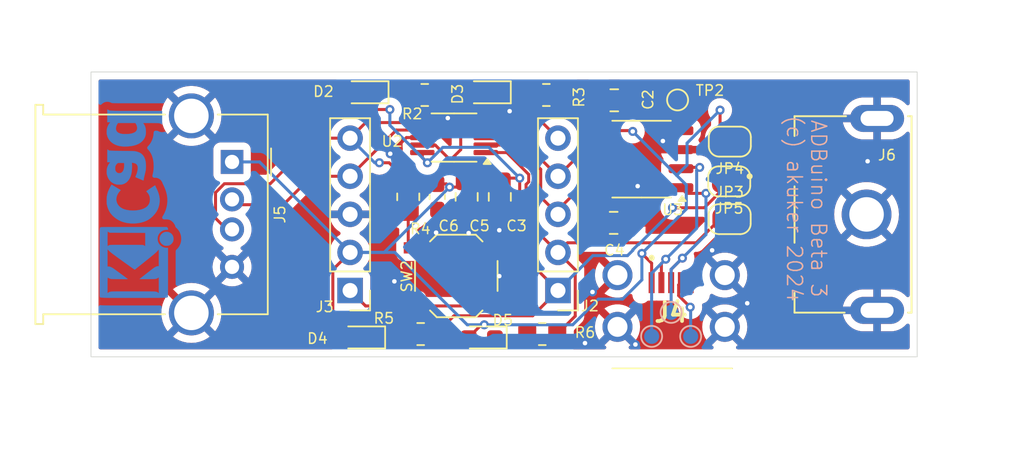
<source format=kicad_pcb>
(kicad_pcb (version 20240108) (generator "pcbnew") (generator_version "8.0")
  (layers (0 "F.Cu" signal) (31 "B.Cu" signal) (34 "B.Paste" user) (35 "F.Paste" user) (36 "B.SilkS" user "B.Silkscreen") (37 "F.SilkS" user "F.Silkscreen") (38 "B.Mask" user) (39 "F.Mask" user) (44 "Edge.Cuts" user))
  (net 0 "")
  (net 1 "GND")
  (net 2 "+5V")
  (net 3 "+3.3V")
  (net 4 "Net-(U3-V3)")
  (net 5 "Net-(D2-K)")
  (net 6 "Net-(D3-K)")
  (net 7 "Net-(D4-K)")
  (net 8 "Net-(D5-K)")
  (net 9 "/RXD")
  (net 10 "/TXD")
  (net 11 "/LED1")
  (net 12 "/LED2")
  (net 13 "/RST")
  (net 14 "/UDM")
  (net 15 "/UDP")
  (net 16 "/USBD2+")
  (net 17 "Net-(J4-Pad4)")
  (net 18 "/USB2D-")
  (net 19 "Net-(R4-Pad1)")
  (net 20 "Net-(U3-~{RTS})")
  (net 21 "/ADB_PWR_ON")
  (net 22 "/ADB_Data")
  (net 23 "Net-(JP4-A)")
  (footprint "Resistor_SMD:R_0805_2012Metric_Pad1.20x1.40mm_HandSolder" (layer "F.Cu") (at 110.125 52.025 90)
    (property "Reference" "R4")
    (property "Value" "10k")
  )
  (footprint "Resistor_SMD:R_0805_2012Metric_Pad1.20x1.40mm_HandSolder" (layer "F.Cu") (at 111.224286 45.23)
    (property "Reference" "R2")
    (property "Value" "1k")
  )
  (footprint "SamacSys_Parts:U254051N4BH806" (layer "F.Cu") (at 127.64 59.73)
    (property "Reference" "J4")
    (property "Value" "U254-051N-4BH806" (hide yes))
  )
  (footprint "Resistor_SMD:R_0805_2012Metric_Pad1.20x1.40mm_HandSolder" (layer "F.Cu") (at 110.952857 61.175)
    (property "Reference" "R5")
    (property "Value" "1k")
  )
  (footprint "Jumper:SolderJumper-2_P1.3mm_Open_RoundedPad1.0x1.5mm" (layer "F.Cu") (at 131.54 53.51)
    (property "Reference" "JP3")
    (property "Value" "SolderJumper_2_Open")
  )
  (footprint "Resistor_SMD:R_0805_2012Metric_Pad1.20x1.40mm_HandSolder" (layer "F.Cu") (at 119.325 45.23)
    (property "Reference" "R3")
    (property "Value" "1k")
  )
  (footprint "LED_SMD:LED_0603_1608Metric_Pad1.05x0.95mm_HandSolder" (layer "F.Cu") (at 115.025714 61.4 180)
    (property "Reference" "D5")
    (property "Value" "LED_Small")
  )
  (footprint "Connector_PinHeader_2.54mm:PinHeader_1x05_P2.54mm_Vertical" (layer "F.Cu") (at 106.25 58.27 180)
    (property "Reference" "J3")
    (property "Value" "Conn_01x05_Pin")
  )
  (footprint "Connector_USB:USB_A_Molex_67643_Horizontal" (layer "F.Cu") (at 98.385 49.695 -90)
    (property "Reference" "J5")
    (property "Value" "USB_A")
  )
  (footprint "Connector_PinHeader_2.54mm:PinHeader_1x05_P2.54mm_Vertical" (layer "F.Cu") (at 120.1 58.27 180)
    (property "Reference" "J2")
    (property "Value" "Conn_01x05_Pin")
  )
  (footprint "Capacitor_SMD:C_0805_2012Metric_Pad1.18x1.45mm_HandSolder" (layer "F.Cu") (at 123.81 53.76)
    (property "Reference" "C4")
    (property "Value" "100n")
  )
  (footprint "LED_SMD:LED_0603_1608Metric_Pad1.05x0.95mm_HandSolder" (layer "F.Cu") (at 106.925 61.4 180)
    (property "Reference" "D4")
    (property "Value" "LED_Small")
  )
  (footprint "SamacSys_Parts:CUI_MD2-40ST-SMT" (layer "F.Cu") (at 139.76 53.195)
    (property "Reference" "J6")
    (property "Value" "Mini-DIN-4")
  )
  (footprint "Jumper:SolderJumper-2_P1.3mm_Open_RoundedPad1.0x1.5mm" (layer "F.Cu") (at 131.55 48.34 180)
    (property "Reference" "JP4")
    (property "Value" "SolderJumper_2_Open")
  )
  (footprint "Capacitor_SMD:C_0805_2012Metric_Pad1.18x1.45mm_HandSolder" (layer "F.Cu") (at 123.85 45.585 180)
    (property "Reference" "C2")
    (property "Value" "100n")
  )
  (footprint "LED_SMD:LED_0603_1608Metric_Pad1.05x0.95mm_HandSolder" (layer "F.Cu") (at 107.151429 45.05 180)
    (property "Reference" "D2")
    (property "Value" "LED_Small")
  )
  (footprint "Jumper:SolderJumper-2_P1.3mm_Open_RoundedPad1.0x1.5mm" (layer "F.Cu") (at 131.51 50.99 180)
    (property "Reference" "JP5")
    (property "Value" "SolderJumper_2_Open")
  )
  (footprint "TestPoint:TestPoint_Pad_D1.0mm" (layer "F.Cu") (at 128.07 45.56)
    (property "Reference" "TP2")
    (property "Value" "TestPoint")
  )
  (footprint "LED_SMD:LED_0603_1608Metric_Pad1.05x0.95mm_HandSolder" (layer "F.Cu") (at 115.297143 45.05 180)
    (property "Reference" "D3")
    (property "Value" "LED_Small")
  )
  (footprint "Package_SO:SOP-8_3.9x4.9mm_P1.27mm" (layer "F.Cu") (at 125.67 49.51 180)
    (property "Reference" "U3")
    (property "Value" "CH340N")
  )
  (footprint "Package_SO:MSOP-10_3x3mm_P0.5mm" (layer "F.Cu") (at 113.175 48.07 180)
    (property "Reference" "U2")
    (property "Value" "~")
  )
  (footprint "Capacitor_SMD:C_0805_2012Metric_Pad1.18x1.45mm_HandSolder" (layer "F.Cu") (at 114.016666 52.025 -90)
    (property "Reference" "C5")
    (property "Value" "100n")
  )
  (footprint "Resistor_SMD:R_0805_2012Metric_Pad1.20x1.40mm_HandSolder" (layer "F.Cu") (at 119.053572 61.175)
    (property "Reference" "R6")
    (property "Value" "1k")
  )
  (footprint "Capacitor_SMD:C_0805_2012Metric_Pad1.18x1.45mm_HandSolder" (layer "F.Cu") (at 116.225 52.025 -90)
    (property "Reference" "C3")
    (property "Value" "100n")
  )
  (footprint "Capacitor_SMD:C_0603_1608Metric_Pad1.08x0.95mm_HandSolder" (layer "F.Cu") (at 112.058333 52.025 -90)
    (property "Reference" "C6")
    (property "Value" "10u")
  )
  (footprint "Button_Switch_SMD:SW_Push_1P1T_XKB_TS-1187A" (layer "F.Cu") (at 113.325 57.3 180)
    (property "Reference" "SW2")
    (property "Value" "SW_Push")
  )
  (footprint "TestPoint:TestPoint_Pad_D1.0mm" (layer "B.Cu") (at 127.64 59.73 180)
    (property "Reference" "TP4" (hide yes))
    (property "Value" "TestPoint" (hide yes))
  )
  (footprint "TestPoint:TestPoint_Pad_D1.0mm" (layer "B.Cu") (at 126.34 61.33 180)
    (property "Reference" "TP3" (hide yes))
    (property "Value" "TestPoint" (hide yes))
  )
  (footprint "TestPoint:TestPoint_Pad_D1.0mm" (layer "B.Cu") (at 128.94 61.33 180)
    (property "Reference" "TP5" (hide yes))
    (property "Value" "TestPoint" (hide yes))
  )
  (footprint "Symbol:KiCad-Logo_5mm_Copper" (layer "B.Cu") (at 91.51 52.48 90)
    (property "Reference" "REF**" (hide yes))
    (property "Value" "KiCad-Logo_5mm_Copper" (hide yes))
  )
  (gr_rect (start 88.9875 43.695) (end 144.0325 62.695) (stroke (width 0.05)) (fill none) (layer "Edge.Cuts"))
  (gr_text "ADBuino Beta 3\n(c) akuker 2024" (at 135.27 52.81 270) (layer "B.SilkS") (effects (font (size 1 1) (thickness 0.1)) (justify bottom)))
  (segment (start 120.995 44.56) (end 123.8625 44.56) (width 0.2) (layer "F.Cu") (net 1))
  (segment (start 119.245 46.31) (end 120.325 45.23) (width 0.2) (layer "F.Cu") (net 1))
  (segment (start 116.88 46.31) (end 119.245 46.31) (width 0.2) (layer "F.Cu") (net 1))
  (segment (start 128.94 57.02) (end 130.37 55.59) (width 0.2) (layer "F.Cu") (net 1))
  (segment (start 128.94 57.745) (end 128.94 57.02) (width 0.2) (layer "F.Cu") (net 1))
  (segment (start 111.0625 48.07) (end 110.005 48.07) (width 0.2) (layer "F.Cu") (net 1))
  (segment (start 130.041123 48.875) (end 130.816123 49.65) (width 0.2) (layer "F.Cu") (net 1))
  (segment (start 130.816123 49.65) (end 140.73 49.65) (width 0.2) (layer "F.Cu") (net 1))
  (segment (start 112.224286 45.23) (end 112.224286 46.234286) (width 0.2) (layer "F.Cu") (net 1))
  (segment (start 110.005 48.07) (end 108.925 49.15) (width 0.2) (layer "F.Cu") (net 1))
  (segment (start 117.125 56.375) (end 117.125 54.75) (width 0.2) (layer "F.Cu") (net 1))
  (segment (start 120.325 45.23) (end 120.995 44.56) (width 0.2) (layer "F.Cu") (net 1))
  (segment (start 112.224286 46.234286) (end 112.76 46.77) (width 0.2) (layer "F.Cu") (net 1))
  (segment (start 128.295 48.875) (end 130.041123 48.875) (width 0.2) (layer "F.Cu") (net 1))
  (segment (start 116.19 57.31) (end 117.125 56.375) (width 0.2) (layer "F.Cu") (net 1))
  (segment (start 123.8625 44.56) (end 124.8875 45.585) (width 0.2) (layer "F.Cu") (net 1))
  (segment (start 116.625 54.25) (end 116.19 54.25) (width 0.2) (layer "F.Cu") (net 1))
  (segment (start 117.125 54.75) (end 116.625 54.25) (width 0.2) (layer "F.Cu") (net 1))
  (via (at 130.37 55.59) (size 0.6) (drill 0.3) (layers "F.Cu" "B.Cu") (net 1))
  (via (at 140.73 49.65) (size 0.6) (drill 0.3) (layers "F.Cu" "B.Cu") (net 1))
  (via (at 116.88 46.31) (size 0.6) (drill 0.3) (layers "F.Cu" "B.Cu") (net 1))
  (via (at 132.71 59.12) (size 0.6) (drill 0.3) (layers "F.Cu" "B.Cu") (net 1))
  (via (at 108.925 49.15) (size 0.6) (drill 0.3) (layers "F.Cu" "B.Cu") (net 1))
  (via (at 109.2 57.66) (size 0.6) (drill 0.3) (layers "F.Cu" "B.Cu") (net 1))
  (via (at 114.15 54.44) (size 0.6) (drill 0.3) (layers "F.Cu" "B.Cu") (net 1))
  (via (at 116.19 57.31) (size 0.6) (drill 0.3) (layers "F.Cu" "B.Cu") (net 1))
  (via (at 125.41 51.31) (size 0.6) (drill 0.3) (layers "F.Cu" "B.Cu") (net 1))
  (via (at 122.4 58.37) (size 0.6) (drill 0.3) (layers "F.Cu" "B.Cu") (net 1))
  (via (at 111.98 54.41) (size 0.6) (drill 0.3) (layers "F.Cu" "B.Cu") (net 1))
  (via (at 121.9 61.78) (size 0.6) (drill 0.3) (layers "F.Cu" "B.Cu") (net 1))
  (via (at 125.26 61.87) (size 0.6) (drill 0.3) (layers "F.Cu" "B.Cu") (net 1))
  (via (at 112.76 46.77) (size 0.6) (drill 0.3) (layers "F.Cu" "B.Cu") (net 1))
  (via (at 127.09 48.3) (size 0.6) (drill 0.3) (layers "F.Cu" "B.Cu") (net 1))
  (via (at 116.19 54.25) (size 0.6) (drill 0.3) (layers "F.Cu" "B.Cu") (net 1))
  (segment (start 114.422143 45.137857) (end 113.62 45.94) (width 0.2) (layer "F.Cu") (net 2))
  (segment (start 115.190159 60.558191) (end 114.992523 60.558191) (width 0.2) (layer "F.Cu") (net 2))
  (segment (start 112.6625 51.1625) (end 112.875 51.375) (width 0.2) (layer "F.Cu") (net 2))
  (segment (start 114.992523 60.558191) (end 114.150714 61.4) (width 0.2) (layer "F.Cu") (net 2))
  (segment (start 113.62 45.94) (end 113.62 48.88) (width 0.2) (layer "F.Cu") (net 2))
  (segment (start 113.62 48.88) (end 112.927716 49.572284) (width 0.2) (layer "F.Cu") (net 2))
  (segment (start 105.1 56.88) (end 105.1 60.45) (width 0.2) (layer "F.Cu") (net 2))
  (segment (start 122.8125 47.3725) (end 123.045 47.605) (width 0.2) (layer "F.Cu") (net 2))
  (segment (start 112.927716 49.572284) (end 114.016666 50.661234) (width 0.2) (layer "F.Cu") (net 2))
  (segment (start 112.875 51.375) (end 113.629166 51.375) (width 0.2) (layer "F.Cu") (net 2))
  (segment (start 105.1 60.45) (end 106.05 61.4) (width 0.2) (layer "F.Cu") (net 2))
  (segment (start 125.08 47.66) (end 125.025 47.605) (width 0.2) (layer "F.Cu") (net 2))
  (segment (start 125.69 55.8) (end 126.34 56.45) (width 0.2) (layer "F.Cu") (net 2))
  (segment (start 111.925432 48.57) (end 112.927716 49.572284) (width 0.2) (layer "F.Cu") (net 2))
  (segment (start 125.025 47.605) (end 123.045 47.605) (width 0.2) (layer "F.Cu") (net 2))
  (segment (start 130.9 48.34) (end 130.9 46.24) (width 0.2) (layer "F.Cu") (net 2))
  (segment (start 106.25 55.73) (end 105.1 56.88) (width 0.2) (layer "F.Cu") (net 2))
  (segment (start 111.0625 48.57) (end 111.925432 48.57) (width 0.2) (layer "F.Cu") (net 2))
  (segment (start 126.34 56.45) (end 126.34 57.745) (width 0.2) (layer "F.Cu") (net 2))
  (segment (start 122.8125 45.585) (end 122.8125 47.3725) (width 0.2) (layer "F.Cu") (net 2))
  (segment (start 112.058333 50.441667) (end 112.927716 49.572284) (width 0.2) (layer "F.Cu") (net 2))
  (segment (start 112.058333 51.1625) (end 112.6625 51.1625) (width 0.2) (layer "F.Cu") (net 2))
  (segment (start 112.058333 51.1625) (end 112.058333 50.441667) (width 0.2) (layer "F.Cu") (net 2))
  (via (at 115.190159 60.558191) (size 0.6) (drill 0.3) (layers "F.Cu" "B.Cu") (net 2))
  (via (at 130.9 46.24) (size 0.6) (drill 0.3) (layers "F.Cu" "B.Cu") (net 2))
  (via (at 125.08 47.66) (size 0.6) (drill 0.3) (layers "F.Cu" "B.Cu") (net 2))
  (via (at 112.875 51.375) (size 0.6) (drill 0.3) (layers "F.Cu" "B.Cu") (net 2))
  (via (at 125.69 55.8) (size 0.6) (drill 0.3) (layers "F.Cu" "B.Cu") (net 2))
  (segment (start 124.405812 58.844594) (end 122.795406 58.844594) (width 0.2) (layer "B.Cu") (net 2))
  (segment (start 128.7 49.900812) (end 128.010406 50.590406) (width 0.2) (layer "B.Cu") (net 2))
  (segment (start 128.010406 50.590406) (end 125.08 47.66) (width 0.2) (layer "B.Cu") (net 2))
  (segment (start 128.65 52.84) (end 128.65 51.23) (width 0.2) (layer "B.Cu") (net 2))
  (segment (start 106.25 55.73) (end 108.52 55.73) (width 0.2) (layer "B.Cu") (net 2))
  (segment (start 125.69 55.8) (end 128.65 52.84) (width 0.2) (layer "B.Cu") (net 2))
  (segment (start 130.9 46.24) (end 128.7 48.44) (width 0.2) (layer "B.Cu") (net 2))
  (segment (start 115.190159 60.558191) (end 114.058191 60.558191) (width 0.2) (layer "B.Cu") (net 2))
  (segment (start 128.7 48.44) (end 128.7 49.900812) (width 0.2) (layer "B.Cu") (net 2))
  (segment (start 109.23 55.73) (end 106.25 55.73) (width 0.2) (layer "B.Cu") (net 2))
  (segment (start 100.215 49.695) (end 106.25 55.73) (width 0.2) (layer "B.Cu") (net 2))
  (segment (start 98.7395 49.695) (end 100.215 49.695) (width 0.2) (layer "B.Cu") (net 2))
  (segment (start 125.69 55.8) (end 125.69 57.560406) (width 0.2) (layer "B.Cu") (net 2))
  (segment (start 108.52 55.73) (end 112.875 51.375) (width 0.2) (layer "B.Cu") (net 2))
  (segment (start 122.795406 58.844594) (end 121.081809 60.558191) (width 0.2) (layer "B.Cu") (net 2))
  (segment (start 128.65 51.23) (end 128.010406 50.590406) (width 0.2) (layer "B.Cu") (net 2))
  (segment (start 114.058191 60.558191) (end 109.23 55.73) (width 0.2) (layer "B.Cu") (net 2))
  (segment (start 121.081809 60.558191) (end 115.190159 60.558191) (width 0.2) (layer "B.Cu") (net 2))
  (segment (start 125.69 57.560406) (end 124.405812 58.844594) (width 0.2) (layer "B.Cu") (net 2))
  (segment (start 117.55 50.775) (end 116.4375 50.775) (width 0.2) (layer "F.Cu") (net 3))
  (segment (start 111.0625 49.07) (end 111.0625 49.4125) (width 0.2) (layer "F.Cu") (net 3))
  (segment (start 111.0625 49.4125) (end 111.4 49.75) (width 0.2) (layer "F.Cu") (net 3))
  (segment (start 106.276429 45.05) (end 107.426429 46.2) (width 0.2) (layer "F.Cu") (net 3))
  (segment (start 117.55 50.775) (end 117.55 57.95) (width 0.2) (layer "F.Cu") (net 3))
  (segment (start 117.55 57.95) (end 116.325 59.175) (width 0.2) (layer "F.Cu") (net 3))
  (segment (start 110.325 59.3) (end 116.325 59.3) (width 0.2) (layer "F.Cu") (net 3))
  (segment (start 110.325 59.3) (end 107.28 59.3) (width 0.2) (layer "F.Cu") (net 3))
  (segment (start 107.426429 46.2) (end 108.9 46.2) (width 0.2) (layer "F.Cu") (net 3))
  (segment (start 107.28 59.3) (end 106.25 58.27) (width 0.2) (layer "F.Cu") (net 3))
  (via (at 117.55 50.775) (size 0.6) (drill 0.3) (layers "F.Cu" "B.Cu") (net 3))
  (via (at 111.4 49.75) (size 0.6) (drill 0.3) (layers "F.Cu" "B.Cu") (net 3))
  (via (at 108.9 46.2) (size 0.6) (drill 0.3) (layers "F.Cu" "B.Cu") (net 3))
  (segment (start 108.9 47.25) (end 111.4 49.75) (width 0.2) (layer "B.Cu") (net 3))
  (segment (start 108.9 46.2) (end 108.9 47.25) (width 0.2) (layer "B.Cu") (net 3))
  (segment (start 111.4 49.75) (end 112.43 48.72) (width 0.2) (layer "B.Cu") (net 3))
  (segment (start 112.43 48.72) (end 115.495 48.72) (width 0.2) (layer "B.Cu") (net 3))
  (segment (start 115.495 48.72) (end 117.55 50.775) (width 0.2) (layer "B.Cu") (net 3))
  (segment (start 123.045 51.415) (end 123.045 53.4875) (width 0.2) (layer "F.Cu") (net 4))
  (segment (start 108.026429 45.05) (end 110.044286 45.05) (width 0.2) (layer "F.Cu") (net 5))
  (segment (start 116.172143 45.05) (end 118.145 45.05) (width 0.2) (layer "F.Cu") (net 6))
  (segment (start 107.8 61.45) (end 109.527857 61.45) (width 0.2) (layer "F.Cu") (net 7))
  (segment (start 115.900714 61.4) (end 117.828572 61.4) (width 0.2) (layer "F.Cu") (net 8))
  (segment (start 118.95 50.184314) (end 116.835686 48.07) (width 0.2) (layer "F.Cu") (net 9))
  (segment (start 118.95 52.04) (end 118.95 50.184314) (width 0.2) (layer "F.Cu") (net 9))
  (segment (start 120.1 53.19) (end 118.95 52.04) (width 0.2) (layer "F.Cu") (net 9))
  (segment (start 120.1 52.894448) (end 122.849448 50.145) (width 0.2) (layer "F.Cu") (net 9))
  (segment (start 116.835686 48.07) (end 115.2875 48.07) (width 0.2) (layer "F.Cu") (net 9))
  (segment (start 121.875 48.875) (end 123.045 48.875) (width 0.2) (layer "F.Cu") (net 10))
  (segment (start 120.1 50.65) (end 121.875 48.875) (width 0.2) (layer "F.Cu") (net 10))
  (segment (start 115.2875 47.57) (end 117.02 47.57) (width 0.2) (layer "F.Cu") (net 10))
  (segment (start 117.02 47.57) (end 120.1 50.65) (width 0.2) (layer "F.Cu") (net 10))
  (segment (start 116.693529 49.07) (end 118.15 50.526471) (width 0.2) (layer "F.Cu") (net 11))
  (segment (start 117.975 56.145) (end 120.1 58.27) (width 0.2) (layer "F.Cu") (net 11))
  (segment (start 113.169666 59.958191) (end 118.411809 59.958191) (width 0.2) (layer "F.Cu") (net 11))
  (segment (start 129.85 52.75) (end 130.86 51.74) (width 0.2) (layer "F.Cu") (net 11))
  (segment (start 115.2875 49.07) (end 116.693529 49.07) (width 0.2) (layer "F.Cu") (net 11))
  (segment (start 118.15 51.023529) (end 117.975 51.198529) (width 0.2) (layer "F.Cu") (net 11))
  (segment (start 117.975 51.198529) (end 117.975 56.145) (width 0.2) (layer "F.Cu") (net 11))
  (segment (start 127.73 52.75) (end 129.85 52.75) (width 0.2) (layer "F.Cu") (net 11))
  (segment (start 130.86 51.74) (end 130.86 50.99) (width 0.2) (layer "F.Cu") (net 11))
  (segment (start 118.15 50.526471) (end 118.15 51.023529) (width 0.2) (layer "F.Cu") (net 11))
  (segment (start 111.952857 61.175) (end 113.169666 59.958191) (width 0.2) (layer "F.Cu") (net 11))
  (segment (start 118.411809 59.958191) (end 120.1 58.27) (width 0.2) (layer "F.Cu") (net 11))
  (via (at 127.73 52.75) (size 0.6) (drill 0.3) (layers "F.Cu" "B.Cu") (net 11))
  (segment (start 125.48 55.2) (end 125.441471 55.2) (width 0.2) (layer "B.Cu") (net 11))
  (segment (start 125.441471 55.2) (end 125.09 55.551471) (width 0.2) (layer "B.Cu") (net 11))
  (segment (start 124.735 55.945) (end 122.425 55.945) (width 0.2) (layer "B.Cu") (net 11))
  (segment (start 122.425 55.945) (end 120.1 58.27) (width 0.2) (layer "B.Cu") (net 11))
  (segment (start 125.09 55.59) (end 124.735 55.945) (width 0.2) (layer "B.Cu") (net 11))
  (segment (start 127.73 52.95) (end 125.48 55.2) (width 0.2) (layer "B.Cu") (net 11))
  (segment (start 125.09 55.551471) (end 125.09 55.59) (width 0.2) (layer "B.Cu") (net 11))
  (segment (start 127.73 52.75) (end 127.73 52.95) (width 0.2) (layer "B.Cu") (net 11))
  (segment (start 120.1 55.73) (end 120.74 55.09) (width 0.2) (layer "F.Cu") (net 12))
  (segment (start 120.053572 61.175) (end 121.25 59.978572) (width 0.2) (layer "F.Cu") (net 12))
  (segment (start 121.25 59.978572) (end 121.25 56.88) (width 0.2) (layer "F.Cu") (net 12))
  (segment (start 118.55 54.18) (end 118.55 50.35) (width 0.2) (layer "F.Cu") (net 12))
  (segment (start 120.74 55.09) (end 129.31 55.09) (width 0.2) (layer "F.Cu") (net 12))
  (segment (start 129.31 55.09) (end 130.89 53.51) (width 0.2) (layer "F.Cu") (net 12))
  (segment (start 118.55 50.35) (end 116.77 48.57) (width 0.2) (layer "F.Cu") (net 12))
  (segment (start 120.1 55.73) (end 118.55 54.18) (width 0.2) (layer "F.Cu") (net 12))
  (segment (start 116.77 48.57) (end 115.2875 48.57) (width 0.2) (layer "F.Cu") (net 12))
  (segment (start 121.25 56.88) (end 120.1 55.73) (width 0.2) (layer "F.Cu") (net 12))
  (segment (start 119.06 47.07) (end 115.2875 47.07) (width 0.2) (layer "F.Cu") (net 13))
  (segment (start 120.1 48.11) (end 119.06 47.07) (width 0.2) (layer "F.Cu") (net 13))
  (segment (start 103.7 50.65) (end 106.25 50.65) (width 0.2) (layer "F.Cu") (net 14))
  (segment (start 98.385 52.5495) (end 101.8005 52.5495) (width 0.2) (layer "F.Cu") (net 14))
  (segment (start 101.8005 52.5495) (end 103.7 50.65) (width 0.2) (layer "F.Cu") (net 14))
  (segment (start 109.33 47.57) (end 106.25 50.65) (width 0.2) (layer "F.Cu") (net 14))
  (segment (start 111.0625 47.57) (end 109.33 47.57) (width 0.2) (layer "F.Cu") (net 14))
  (segment (start 106.25 48.11) (end 107.29 47.07) (width 0.2) (layer "F.Cu") (net 15))
  (segment (start 98.385 54.5495) (end 97.285 53.4495) (width 0.2) (layer "F.Cu") (net 15))
  (segment (start 108.85 49.75) (end 108.2 49.75) (width 0.2) (layer "F.Cu") (net 15))
  (segment (start 103.965 48.11) (end 106.25 48.11) (width 0.2) (layer "F.Cu") (net 15))
  (segment (start 100.9255 51.1495) (end 103.965 48.11) (width 0.2) (layer "F.Cu") (net 15))
  (segment (start 107.29 47.07) (end 111.0625 47.07) (width 0.2) (layer "F.Cu") (net 15))
  (segment (start 110.125 51.025) (end 108.85 49.75) (width 0.2) (layer "F.Cu") (net 15))
  (segment (start 97.285 51.74) (end 97.8755 51.1495) (width 0.2) (layer "F.Cu") (net 15))
  (segment (start 97.8755 51.1495) (end 100.9255 51.1495) (width 0.2) (layer "F.Cu") (net 15))
  (segment (start 97.285 53.4495) (end 97.285 51.74) (width 0.2) (layer "F.Cu") (net 15))
  (via (at 108.2 49.75) (size 0.6) (drill 0.3) (layers "F.Cu" "B.Cu") (net 15))
  (segment (start 107.89 49.75) (end 106.25 48.11) (width 0.2) (layer "B.Cu") (net 15))
  (segment (start 108.2 49.75) (end 107.89 49.75) (width 0.2) (layer "B.Cu") (net 15))
  (segment (start 127.64 57.745) (end 127.64 56.86) (width 0.2) (layer "F.Cu") (net 16))
  (segment (start 127.64 56.86) (end 128.39 56.11) (width 0.2) (layer "F.Cu") (net 16))
  (segment (start 129.960735 51.790735) (end 128.670735 51.790735) (width 0.2) (layer "F.Cu") (net 16))
  (segment (start 128.670735 51.790735) (end 128.295 51.415) (width 0.2) (layer "F.Cu") (net 16))
  (via (at 129.960735 51.790735) (size 0.6) (drill 0.3) (layers "F.Cu" "B.Cu") (net 16))
  (via (at 128.39 56.11) (size 0.6) (drill 0.3) (layers "F.Cu" "B.Cu") (net 16))
  (segment (start 127.64 56.86) (end 128.39 56.11) (width 0.2) (layer "B.Cu") (net 16))
  (segment (start 128.39 56.11) (end 129.960735 54.539265) (width 0.2) (layer "B.Cu") (net 16))
  (segment (start 127.64 59.73) (end 127.64 56.86) (width 0.2) (layer "B.Cu") (net 16))
  (segment (start 129.960735 54.539265) (end 129.960735 51.790735) (width 0.2) (layer "B.Cu") (net 16))
  (segment (start 128.14 58.61) (end 128.14 57.895) (width 0.2) (layer "F.Cu") (net 17))
  (segment (start 128.14 57.895) (end 128.29 57.745) (width 0.2) (layer "F.Cu") (net 17))
  (segment (start 128.91 59.38) (end 128.14 58.61) (width 0.2) (layer "F.Cu") (net 17))
  (via (at 128.91 59.38) (size 0.6) (drill 0.3) (layers "F.Cu" "B.Cu") (net 17))
  (segment (start 128.94 59.41) (end 128.91 59.38) (width 0.2) (layer "B.Cu") (net 17))
  (segment (start 128.94 61.33) (end 128.94 59.41) (width 0.2) (layer "B.Cu") (net 17))
  (segment (start 128.38 50.06) (end 128.295 50.145) (width 0.2) (layer "F.Cu") (net 18))
  (segment (start 129.54 50.06) (end 128.38 50.06) (width 0.2) (layer "F.Cu") (net 18))
  (segment (start 126.99 57.745) (end 126.99 56.47) (width 0.2) (layer "F.Cu") (net 18))
  (segment (start 126.99 56.47) (end 127.28 56.18) (width 0.2) (layer "F.Cu") (net 18))
  (via (at 129.54 50.06) (size 0.6) (drill 0.3) (layers "F.Cu" "B.Cu") (net 18))
  (via (at 127.28 56.18) (size 0.6) (drill 0.3) (layers "F.Cu" "B.Cu") (net 18))
  (segment (start 129.34094 54.11906) (end 127.28 56.18) (width 0.2) (layer "B.Cu") (net 18))
  (segment (start 129.54 50.06) (end 129.34094 50.25906) (width 0.2) (layer "B.Cu") (net 18))
  (segment (start 126.34 61.33) (end 126.34 57.12) (width 0.2) (layer "B.Cu") (net 18))
  (segment (start 126.34 57.12) (end 127.28 56.18) (width 0.2) (layer "B.Cu") (net 18))
  (segment (start 129.34094 50.25906) (end 129.34094 54.11906) (width 0.2) (layer "B.Cu") (net 18))
  (segment (start 110.325 55.55) (end 116.325 55.55) (width 0.2) (layer "F.Cu") (net 19))
  (segment (start 110.125 53.025) (end 110.125 55.35) (width 0.2) (layer "F.Cu") (net 19))
  (segment (start 128.295 47.605) (end 128.295 45.785) (width 0.2) (layer "F.Cu") (net 20))
  (segment (start 132.19 53.51) (end 134.575 55.895) (width 0.2) (layer "F.Cu") (net 21))
  (segment (start 132.655 50.495) (end 135.56 50.495) (width 0.2) (layer "F.Cu") (net 22))
  (segment (start 132.16 50.99) (end 132.655 50.495) (width 0.2) (layer "F.Cu") (net 22))
  (segment (start 132.2 48.34) (end 135.205 48.34) (width 0.2) (layer "F.Cu") (net 23))
  (segment (start 135.205 48.34) (end 135.56 48.695) (width 0.2) (layer "F.Cu") (net 23))
  (zone (net 1) (net_name "GND") (layers "F&B.Cu") (connect_pads (clearance 0.5)) (min_thickness 0.25) (fill yes (thermal_gap 0.5) (thermal_bridge_width 0.5))
    (polygon (pts (xy 83.225 39.025) (xy 150.95 38.895) (xy 151.15 70.645) (xy 82.925 70.475)))
  )
)
</source>
